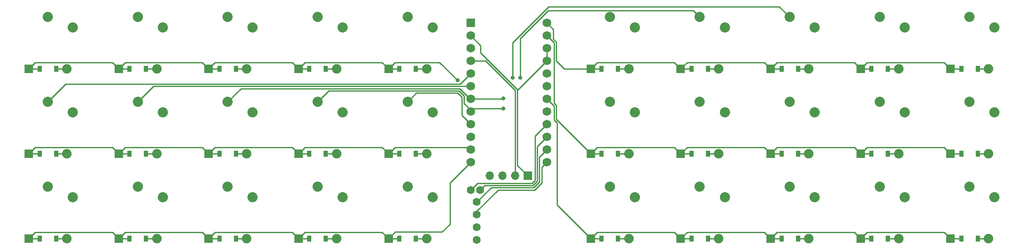
<source format=gbr>
%TF.GenerationSoftware,KiCad,Pcbnew,(6.0.4)*%
%TF.CreationDate,2022-06-28T23:54:07-04:00*%
%TF.ProjectId,satpad,73617470-6164-42e6-9b69-6361645f7063,v1.0.0*%
%TF.SameCoordinates,Original*%
%TF.FileFunction,Copper,L1,Top*%
%TF.FilePolarity,Positive*%
%FSLAX46Y46*%
G04 Gerber Fmt 4.6, Leading zero omitted, Abs format (unit mm)*
G04 Created by KiCad (PCBNEW (6.0.4)) date 2022-06-28 23:54:07*
%MOMM*%
%LPD*%
G01*
G04 APERTURE LIST*
%TA.AperFunction,ComponentPad*%
%ADD10R,1.752600X1.752600*%
%TD*%
%TA.AperFunction,ComponentPad*%
%ADD11C,1.752600*%
%TD*%
%TA.AperFunction,ComponentPad*%
%ADD12C,2.032000*%
%TD*%
%TA.AperFunction,SMDPad,CuDef*%
%ADD13R,0.900000X1.200000*%
%TD*%
%TA.AperFunction,ComponentPad*%
%ADD14C,1.905000*%
%TD*%
%TA.AperFunction,ComponentPad*%
%ADD15R,1.778000X1.778000*%
%TD*%
%TA.AperFunction,ComponentPad*%
%ADD16O,1.700000X1.700000*%
%TD*%
%TA.AperFunction,ComponentPad*%
%ADD17R,1.700000X1.700000*%
%TD*%
%TA.AperFunction,ComponentPad*%
%ADD18C,1.600000*%
%TD*%
%TA.AperFunction,ViaPad*%
%ADD19C,0.800000*%
%TD*%
%TA.AperFunction,Conductor*%
%ADD20C,0.250000*%
%TD*%
G04 APERTURE END LIST*
D10*
%TO.P,MCU1,1*%
%TO.N,RAW*%
X84630000Y38720000D03*
D11*
%TO.P,MCU1,2*%
%TO.N,GND*%
X84630000Y36180000D03*
%TO.P,MCU1,3*%
%TO.N,RST*%
X84630000Y33640000D03*
%TO.P,MCU1,4*%
%TO.N,VCC*%
X84630000Y31100000D03*
%TO.P,MCU1,5*%
%TO.N,P21*%
X84630000Y28560000D03*
%TO.P,MCU1,6*%
%TO.N,P20*%
X84630000Y26020000D03*
%TO.P,MCU1,7*%
%TO.N,P19*%
X84630000Y23480000D03*
%TO.P,MCU1,8*%
%TO.N,P18*%
X84630000Y20940000D03*
%TO.P,MCU1,9*%
%TO.N,P15*%
X84630000Y18400000D03*
%TO.P,MCU1,10*%
%TO.N,P14*%
X84630000Y15860000D03*
%TO.P,MCU1,11*%
%TO.N,P16*%
X84630000Y13320000D03*
%TO.P,MCU1,12*%
%TO.N,P10*%
X84630000Y10780000D03*
%TO.P,MCU1,13*%
%TO.N,P1*%
X99870000Y38720000D03*
%TO.P,MCU1,14*%
%TO.N,P0*%
X99870000Y36180000D03*
%TO.P,MCU1,15*%
%TO.N,GND*%
X99870000Y33640000D03*
%TO.P,MCU1,16*%
X99870000Y31100000D03*
%TO.P,MCU1,17*%
%TO.N,P2*%
X99870000Y28560000D03*
%TO.P,MCU1,18*%
%TO.N,P3*%
X99870000Y26020000D03*
%TO.P,MCU1,19*%
%TO.N,P4*%
X99870000Y23480000D03*
%TO.P,MCU1,20*%
%TO.N,P5*%
X99870000Y20940000D03*
%TO.P,MCU1,21*%
%TO.N,P6*%
X99870000Y18400000D03*
%TO.P,MCU1,22*%
%TO.N,P7*%
X99870000Y15860000D03*
%TO.P,MCU1,23*%
%TO.N,P8*%
X99870000Y13320000D03*
%TO.P,MCU1,24*%
%TO.N,P9*%
X99870000Y10780000D03*
%TD*%
D12*
%TO.P,S1,1*%
%TO.N,one_bottom*%
X5000000Y3800000D03*
%TO.P,S1,2*%
%TO.N,P21*%
X0Y5900000D03*
%TD*%
D13*
%TO.P,D1,1*%
%TO.N,P10*%
X-1650000Y-4500000D03*
%TO.P,D1,2*%
%TO.N,one_bottom*%
X1650000Y-4500000D03*
D14*
%TO.P,D1,1*%
X3810000Y-4500000D03*
D15*
%TO.P,D1,2*%
%TO.N,P10*%
X-3810000Y-4500000D03*
%TD*%
D12*
%TO.P,S2,1*%
%TO.N,one_home*%
X5000000Y20800000D03*
%TO.P,S2,2*%
%TO.N,P21*%
X0Y22900000D03*
%TD*%
D13*
%TO.P,D2,1*%
%TO.N,P16*%
X-1650000Y12500000D03*
%TO.P,D2,2*%
%TO.N,one_home*%
X1650000Y12500000D03*
D14*
%TO.P,D2,1*%
X3810000Y12500000D03*
D15*
%TO.P,D2,2*%
%TO.N,P16*%
X-3810000Y12500000D03*
%TD*%
D12*
%TO.P,S3,1*%
%TO.N,one_top*%
X5000000Y37800000D03*
%TO.P,S3,2*%
%TO.N,P21*%
X0Y39900000D03*
%TD*%
D13*
%TO.P,D3,1*%
%TO.N,P14*%
X-1650000Y29500000D03*
%TO.P,D3,2*%
%TO.N,one_top*%
X1650000Y29500000D03*
D14*
%TO.P,D3,1*%
X3810000Y29500000D03*
D15*
%TO.P,D3,2*%
%TO.N,P14*%
X-3810000Y29500000D03*
%TD*%
D12*
%TO.P,S4,1*%
%TO.N,two_bottom*%
X23000000Y3800000D03*
%TO.P,S4,2*%
%TO.N,P20*%
X18000000Y5900000D03*
%TD*%
D13*
%TO.P,D4,1*%
%TO.N,P10*%
X16350000Y-4500000D03*
%TO.P,D4,2*%
%TO.N,two_bottom*%
X19650000Y-4500000D03*
D14*
%TO.P,D4,1*%
X21810000Y-4500000D03*
D15*
%TO.P,D4,2*%
%TO.N,P10*%
X14190000Y-4500000D03*
%TD*%
D12*
%TO.P,S5,1*%
%TO.N,two_home*%
X23000000Y20800000D03*
%TO.P,S5,2*%
%TO.N,P20*%
X18000000Y22900000D03*
%TD*%
D13*
%TO.P,D5,1*%
%TO.N,P16*%
X16350000Y12500000D03*
%TO.P,D5,2*%
%TO.N,two_home*%
X19650000Y12500000D03*
D14*
%TO.P,D5,1*%
X21810000Y12500000D03*
D15*
%TO.P,D5,2*%
%TO.N,P16*%
X14190000Y12500000D03*
%TD*%
D12*
%TO.P,S6,1*%
%TO.N,two_top*%
X23000000Y37800000D03*
%TO.P,S6,2*%
%TO.N,P20*%
X18000000Y39900000D03*
%TD*%
D13*
%TO.P,D6,1*%
%TO.N,P14*%
X16350000Y29500000D03*
%TO.P,D6,2*%
%TO.N,two_top*%
X19650000Y29500000D03*
D14*
%TO.P,D6,1*%
X21810000Y29500000D03*
D15*
%TO.P,D6,2*%
%TO.N,P14*%
X14190000Y29500000D03*
%TD*%
D12*
%TO.P,S7,1*%
%TO.N,three_bottom*%
X41000000Y3800000D03*
%TO.P,S7,2*%
%TO.N,P19*%
X36000000Y5900000D03*
%TD*%
D13*
%TO.P,D7,1*%
%TO.N,P10*%
X34350000Y-4500000D03*
%TO.P,D7,2*%
%TO.N,three_bottom*%
X37650000Y-4500000D03*
D14*
%TO.P,D7,1*%
X39810000Y-4500000D03*
D15*
%TO.P,D7,2*%
%TO.N,P10*%
X32190000Y-4500000D03*
%TD*%
D12*
%TO.P,S8,1*%
%TO.N,three_home*%
X41000000Y20800000D03*
%TO.P,S8,2*%
%TO.N,P19*%
X36000000Y22900000D03*
%TD*%
D13*
%TO.P,D8,1*%
%TO.N,P16*%
X34350000Y12500000D03*
%TO.P,D8,2*%
%TO.N,three_home*%
X37650000Y12500000D03*
D14*
%TO.P,D8,1*%
X39810000Y12500000D03*
D15*
%TO.P,D8,2*%
%TO.N,P16*%
X32190000Y12500000D03*
%TD*%
D12*
%TO.P,S9,1*%
%TO.N,three_top*%
X41000000Y37800000D03*
%TO.P,S9,2*%
%TO.N,P19*%
X36000000Y39900000D03*
%TD*%
D13*
%TO.P,D9,1*%
%TO.N,P14*%
X34350000Y29500000D03*
%TO.P,D9,2*%
%TO.N,three_top*%
X37650000Y29500000D03*
D14*
%TO.P,D9,1*%
X39810000Y29500000D03*
D15*
%TO.P,D9,2*%
%TO.N,P14*%
X32190000Y29500000D03*
%TD*%
D12*
%TO.P,S10,1*%
%TO.N,four_bottom*%
X59000000Y3800000D03*
%TO.P,S10,2*%
%TO.N,P18*%
X54000000Y5900000D03*
%TD*%
D13*
%TO.P,D10,1*%
%TO.N,P10*%
X52350000Y-4500000D03*
%TO.P,D10,2*%
%TO.N,four_bottom*%
X55650000Y-4500000D03*
D14*
%TO.P,D10,1*%
X57810000Y-4500000D03*
D15*
%TO.P,D10,2*%
%TO.N,P10*%
X50190000Y-4500000D03*
%TD*%
D12*
%TO.P,S11,2*%
%TO.N,P18*%
X54000000Y22900000D03*
%TO.P,S11,1*%
%TO.N,four_home*%
X59000000Y20800000D03*
%TD*%
D13*
%TO.P,D11,1*%
%TO.N,P16*%
X52350000Y12500000D03*
%TO.P,D11,2*%
%TO.N,four_home*%
X55650000Y12500000D03*
D14*
%TO.P,D11,1*%
X57810000Y12500000D03*
D15*
%TO.P,D11,2*%
%TO.N,P16*%
X50190000Y12500000D03*
%TD*%
D12*
%TO.P,S12,1*%
%TO.N,four_top*%
X59000000Y37800000D03*
%TO.P,S12,2*%
%TO.N,P18*%
X54000000Y39900000D03*
%TD*%
D13*
%TO.P,D12,1*%
%TO.N,P14*%
X52350000Y29500000D03*
%TO.P,D12,2*%
%TO.N,four_top*%
X55650000Y29500000D03*
D14*
%TO.P,D12,1*%
X57810000Y29500000D03*
D15*
%TO.P,D12,2*%
%TO.N,P14*%
X50190000Y29500000D03*
%TD*%
D12*
%TO.P,S13,1*%
%TO.N,five_bottom*%
X77000000Y3800000D03*
%TO.P,S13,2*%
%TO.N,P15*%
X72000000Y5900000D03*
%TD*%
D13*
%TO.P,D13,1*%
%TO.N,P10*%
X70350000Y-4500000D03*
%TO.P,D13,2*%
%TO.N,five_bottom*%
X73650000Y-4500000D03*
D14*
%TO.P,D13,1*%
X75810000Y-4500000D03*
D15*
%TO.P,D13,2*%
%TO.N,P10*%
X68190000Y-4500000D03*
%TD*%
D12*
%TO.P,S14,1*%
%TO.N,five_home*%
X77000000Y20800000D03*
%TO.P,S14,2*%
%TO.N,P15*%
X72000000Y22900000D03*
%TD*%
D13*
%TO.P,D14,1*%
%TO.N,P16*%
X70350000Y12500000D03*
%TO.P,D14,2*%
%TO.N,five_home*%
X73650000Y12500000D03*
D14*
%TO.P,D14,1*%
X75810000Y12500000D03*
D15*
%TO.P,D14,2*%
%TO.N,P16*%
X68190000Y12500000D03*
%TD*%
D12*
%TO.P,S15,1*%
%TO.N,five_top*%
X77000000Y37800000D03*
%TO.P,S15,2*%
%TO.N,P15*%
X72000000Y39900000D03*
%TD*%
D13*
%TO.P,D15,1*%
%TO.N,P14*%
X70350000Y29500000D03*
%TO.P,D15,2*%
%TO.N,five_top*%
X73650000Y29500000D03*
D14*
%TO.P,D15,1*%
X75810000Y29500000D03*
D15*
%TO.P,D15,2*%
%TO.N,P14*%
X68190000Y29500000D03*
%TD*%
D12*
%TO.P,S16,1*%
%TO.N,seven_bottom*%
X117500000Y3800000D03*
%TO.P,S16,2*%
%TO.N,P15*%
X112500000Y5900000D03*
%TD*%
D13*
%TO.P,D16,1*%
%TO.N,P4*%
X110850000Y-4500000D03*
%TO.P,D16,2*%
%TO.N,seven_bottom*%
X114150000Y-4500000D03*
D14*
%TO.P,D16,1*%
X116310000Y-4500000D03*
D15*
%TO.P,D16,2*%
%TO.N,P4*%
X108690000Y-4500000D03*
%TD*%
D12*
%TO.P,S17,1*%
%TO.N,seven_home*%
X117500000Y20800000D03*
%TO.P,S17,2*%
%TO.N,P15*%
X112500000Y22900000D03*
%TD*%
D13*
%TO.P,D17,1*%
%TO.N,P0*%
X110850000Y12500000D03*
%TO.P,D17,2*%
%TO.N,seven_home*%
X114150000Y12500000D03*
D14*
%TO.P,D17,1*%
X116310000Y12500000D03*
D15*
%TO.P,D17,2*%
%TO.N,P0*%
X108690000Y12500000D03*
%TD*%
D12*
%TO.P,S18,1*%
%TO.N,seven_top*%
X117500000Y37800000D03*
%TO.P,S18,2*%
%TO.N,P15*%
X112500000Y39900000D03*
%TD*%
D13*
%TO.P,D18,1*%
%TO.N,P1*%
X110850000Y29500000D03*
%TO.P,D18,2*%
%TO.N,seven_top*%
X114150000Y29500000D03*
D14*
%TO.P,D18,1*%
X116310000Y29500000D03*
D15*
%TO.P,D18,2*%
%TO.N,P1*%
X108690000Y29500000D03*
%TD*%
D12*
%TO.P,S19,1*%
%TO.N,eight_bottom*%
X135500000Y3800000D03*
%TO.P,S19,2*%
%TO.N,P18*%
X130500000Y5900000D03*
%TD*%
D13*
%TO.P,D19,1*%
%TO.N,P4*%
X128850000Y-4500000D03*
%TO.P,D19,2*%
%TO.N,eight_bottom*%
X132150000Y-4500000D03*
D14*
%TO.P,D19,1*%
X134310000Y-4500000D03*
D15*
%TO.P,D19,2*%
%TO.N,P4*%
X126690000Y-4500000D03*
%TD*%
D12*
%TO.P,S20,1*%
%TO.N,eight_home*%
X135500000Y20800000D03*
%TO.P,S20,2*%
%TO.N,P18*%
X130500000Y22900000D03*
%TD*%
D13*
%TO.P,D20,1*%
%TO.N,P0*%
X128850000Y12500000D03*
%TO.P,D20,2*%
%TO.N,eight_home*%
X132150000Y12500000D03*
D14*
%TO.P,D20,1*%
X134310000Y12500000D03*
D15*
%TO.P,D20,2*%
%TO.N,P0*%
X126690000Y12500000D03*
%TD*%
D12*
%TO.P,S21,1*%
%TO.N,eight_top*%
X135500000Y37800000D03*
%TO.P,S21,2*%
%TO.N,P18*%
X130500000Y39900000D03*
%TD*%
D13*
%TO.P,D21,1*%
%TO.N,P1*%
X128850000Y29500000D03*
%TO.P,D21,2*%
%TO.N,eight_top*%
X132150000Y29500000D03*
D14*
%TO.P,D21,1*%
X134310000Y29500000D03*
D15*
%TO.P,D21,2*%
%TO.N,P1*%
X126690000Y29500000D03*
%TD*%
D12*
%TO.P,S22,1*%
%TO.N,nine_bottom*%
X153500000Y3800000D03*
%TO.P,S22,2*%
%TO.N,P19*%
X148500000Y5900000D03*
%TD*%
D13*
%TO.P,D22,1*%
%TO.N,P4*%
X146850000Y-4500000D03*
%TO.P,D22,2*%
%TO.N,nine_bottom*%
X150150000Y-4500000D03*
D14*
%TO.P,D22,1*%
X152310000Y-4500000D03*
D15*
%TO.P,D22,2*%
%TO.N,P4*%
X144690000Y-4500000D03*
%TD*%
D12*
%TO.P,S23,1*%
%TO.N,nine_home*%
X153500000Y20800000D03*
%TO.P,S23,2*%
%TO.N,P19*%
X148500000Y22900000D03*
%TD*%
D13*
%TO.P,D23,1*%
%TO.N,P0*%
X146850000Y12500000D03*
%TO.P,D23,2*%
%TO.N,nine_home*%
X150150000Y12500000D03*
D14*
%TO.P,D23,1*%
X152310000Y12500000D03*
D15*
%TO.P,D23,2*%
%TO.N,P0*%
X144690000Y12500000D03*
%TD*%
D12*
%TO.P,S24,1*%
%TO.N,nine_top*%
X153500000Y37800000D03*
%TO.P,S24,2*%
%TO.N,P19*%
X148500000Y39900000D03*
%TD*%
D13*
%TO.P,D24,1*%
%TO.N,P1*%
X146850000Y29500000D03*
%TO.P,D24,2*%
%TO.N,nine_top*%
X150150000Y29500000D03*
D14*
%TO.P,D24,1*%
X152310000Y29500000D03*
D15*
%TO.P,D24,2*%
%TO.N,P1*%
X144690000Y29500000D03*
%TD*%
D12*
%TO.P,S25,1*%
%TO.N,ten_bottom*%
X171500000Y3800000D03*
%TO.P,S25,2*%
%TO.N,P20*%
X166500000Y5900000D03*
%TD*%
D13*
%TO.P,D25,1*%
%TO.N,P4*%
X164850000Y-4500000D03*
%TO.P,D25,2*%
%TO.N,ten_bottom*%
X168150000Y-4500000D03*
D14*
%TO.P,D25,1*%
X170310000Y-4500000D03*
D15*
%TO.P,D25,2*%
%TO.N,P4*%
X162690000Y-4500000D03*
%TD*%
D12*
%TO.P,S26,1*%
%TO.N,ten_home*%
X171500000Y20800000D03*
%TO.P,S26,2*%
%TO.N,P20*%
X166500000Y22900000D03*
%TD*%
D13*
%TO.P,D26,1*%
%TO.N,P0*%
X164850000Y12500000D03*
%TO.P,D26,2*%
%TO.N,ten_home*%
X168150000Y12500000D03*
D14*
%TO.P,D26,1*%
X170310000Y12500000D03*
D15*
%TO.P,D26,2*%
%TO.N,P0*%
X162690000Y12500000D03*
%TD*%
D12*
%TO.P,S27,1*%
%TO.N,ten_top*%
X171500000Y37800000D03*
%TO.P,S27,2*%
%TO.N,P20*%
X166500000Y39900000D03*
%TD*%
D13*
%TO.P,D27,1*%
%TO.N,P1*%
X164850000Y29500000D03*
%TO.P,D27,2*%
%TO.N,ten_top*%
X168150000Y29500000D03*
D14*
%TO.P,D27,1*%
X170310000Y29500000D03*
D15*
%TO.P,D27,2*%
%TO.N,P1*%
X162690000Y29500000D03*
%TD*%
D12*
%TO.P,S28,1*%
%TO.N,eleven_bottom*%
X189500000Y3800000D03*
%TO.P,S28,2*%
%TO.N,P21*%
X184500000Y5900000D03*
%TD*%
D13*
%TO.P,D28,1*%
%TO.N,P4*%
X182850000Y-4500000D03*
%TO.P,D28,2*%
%TO.N,eleven_bottom*%
X186150000Y-4500000D03*
D14*
%TO.P,D28,1*%
X188310000Y-4500000D03*
D15*
%TO.P,D28,2*%
%TO.N,P4*%
X180690000Y-4500000D03*
%TD*%
D12*
%TO.P,S29,1*%
%TO.N,eleven_home*%
X189500000Y20800000D03*
%TO.P,S29,2*%
%TO.N,P21*%
X184500000Y22900000D03*
%TD*%
D13*
%TO.P,D29,1*%
%TO.N,P0*%
X182850000Y12500000D03*
%TO.P,D29,2*%
%TO.N,eleven_home*%
X186150000Y12500000D03*
D14*
%TO.P,D29,1*%
X188310000Y12500000D03*
D15*
%TO.P,D29,2*%
%TO.N,P0*%
X180690000Y12500000D03*
%TD*%
D12*
%TO.P,S30,1*%
%TO.N,eleven_top*%
X189500000Y37800000D03*
%TO.P,S30,2*%
%TO.N,P21*%
X184500000Y39900000D03*
%TD*%
D13*
%TO.P,D30,1*%
%TO.N,P1*%
X182850000Y29500000D03*
%TO.P,D30,2*%
%TO.N,eleven_top*%
X186150000Y29500000D03*
D14*
%TO.P,D30,1*%
X188310000Y29500000D03*
D15*
%TO.P,D30,2*%
%TO.N,P1*%
X180690000Y29500000D03*
%TD*%
D16*
%TO.P,OLED1,4*%
%TO.N,P2*%
X88430000Y8100000D03*
%TO.P,OLED1,3*%
%TO.N,P3*%
X90970000Y8100000D03*
%TO.P,OLED1,2*%
%TO.N,VCC*%
X93510000Y8100000D03*
D17*
%TO.P,OLED1,1*%
%TO.N,GND*%
X96050000Y8100000D03*
%TD*%
D18*
%TO.P,REF\u002A\u002A,S1*%
%TO.N,P6*%
X84650000Y5200000D03*
%TO.P,REF\u002A\u002A,S2*%
%TO.N,P7*%
X86500000Y5200000D03*
%TO.P,REF\u002A\u002A,A*%
%TO.N,P8*%
X85875000Y2810000D03*
%TO.P,REF\u002A\u002A,B*%
%TO.N,P9*%
X85875000Y270000D03*
%TO.P,REF\u002A\u002A,C*%
%TO.N,GND*%
X85875000Y-2270000D03*
%TO.P,REF\u002A\u002A,D*%
%TO.N,N/C*%
X85875000Y-4810000D03*
%TD*%
D19*
%TO.N,P19*%
X91200000Y23600000D03*
X93000000Y27700000D03*
%TO.N,P18*%
X91200000Y21600000D03*
X94522701Y27700000D03*
%TO.N,P14*%
X82000000Y27200000D03*
%TD*%
D20*
%TO.N,P19*%
X146400000Y42000000D02*
X148500000Y39900000D01*
X100264283Y42000000D02*
X146400000Y42000000D01*
X93000000Y34735717D02*
X100264283Y42000000D01*
X93000000Y27700000D02*
X93000000Y34735717D01*
%TO.N,P1*%
X101200000Y37390000D02*
X99870000Y38720000D01*
X101749520Y34936198D02*
X101200000Y35485718D01*
X101749520Y31150480D02*
X101749520Y34936198D01*
X103400000Y29500000D02*
X101749520Y31150480D01*
X108690000Y29500000D02*
X103400000Y29500000D01*
X101200000Y35485718D02*
X101200000Y37390000D01*
%TO.N,P0*%
X101300000Y34750000D02*
X99870000Y36180000D01*
X101749520Y22236198D02*
X101300000Y22685718D01*
X101300000Y22685718D02*
X101300000Y34750000D01*
X101749520Y19440480D02*
X101749520Y22236198D01*
X108690000Y12500000D02*
X101749520Y19440480D01*
%TO.N,P4*%
X101300000Y22050000D02*
X99870000Y23480000D01*
X101900000Y18654282D02*
X101300000Y19254283D01*
X101900000Y2290000D02*
X101900000Y18654282D01*
X108690000Y-4500000D02*
X101900000Y2290000D01*
X101300000Y19254283D02*
X101300000Y22050000D01*
%TO.N,GND*%
X99870000Y33640000D02*
X99870000Y31100000D01*
%TO.N,P1*%
X109990000Y30800000D02*
X108690000Y29500000D01*
X126690000Y29500000D02*
X125390000Y30800000D01*
X125390000Y30800000D02*
X109990000Y30800000D01*
%TO.N,GND*%
X86600000Y34210000D02*
X84630000Y36180000D01*
X86600000Y32735718D02*
X86600000Y34210000D01*
X94000000Y25230000D02*
X94000000Y25335718D01*
X94000000Y25335718D02*
X86600000Y32735718D01*
%TO.N,P18*%
X129159489Y41240511D02*
X130500000Y39900000D01*
X100140511Y41240511D02*
X129159489Y41240511D01*
X94522701Y27700000D02*
X94522701Y35622701D01*
X94522701Y35622701D02*
X100140511Y41240511D01*
X85290000Y21600000D02*
X84630000Y20940000D01*
X91200000Y21600000D02*
X85290000Y21600000D01*
%TO.N,P19*%
X87100000Y23500000D02*
X87080000Y23480000D01*
X91200000Y23600000D02*
X91100000Y23500000D01*
X91100000Y23500000D02*
X87100000Y23500000D01*
X87080000Y23480000D02*
X84630000Y23480000D01*
%TO.N,P1*%
X110850000Y29500000D02*
X108690000Y29500000D01*
%TO.N,seven_top*%
X116310000Y29500000D02*
X114150000Y29500000D01*
%TO.N,P1*%
X128850000Y29500000D02*
X126690000Y29500000D01*
%TO.N,eight_top*%
X134310000Y29500000D02*
X132150000Y29500000D01*
%TO.N,P1*%
X146850000Y29500000D02*
X144690000Y29500000D01*
%TO.N,nine_top*%
X152310000Y29500000D02*
X150150000Y29500000D01*
%TO.N,P1*%
X164850000Y29500000D02*
X162690000Y29500000D01*
%TO.N,ten_top*%
X170310000Y29500000D02*
X168150000Y29500000D01*
%TO.N,P1*%
X182850000Y29500000D02*
X180690000Y29500000D01*
%TO.N,eleven_top*%
X188310000Y29500000D02*
X186150000Y29500000D01*
%TO.N,eleven_home*%
X188310000Y12500000D02*
X186150000Y12500000D01*
%TO.N,P0*%
X182850000Y12500000D02*
X180690000Y12500000D01*
%TO.N,ten_home*%
X170310000Y12500000D02*
X168150000Y12500000D01*
%TO.N,P0*%
X164850000Y12500000D02*
X162690000Y12500000D01*
%TO.N,nine_home*%
X152310000Y12500000D02*
X150150000Y12500000D01*
%TO.N,P0*%
X146850000Y12500000D02*
X144690000Y12500000D01*
%TO.N,eight_home*%
X134310000Y12500000D02*
X132150000Y12500000D01*
%TO.N,P0*%
X128850000Y12500000D02*
X126690000Y12500000D01*
%TO.N,seven_home*%
X116310000Y12500000D02*
X114150000Y12500000D01*
%TO.N,P0*%
X110850000Y12500000D02*
X108690000Y12500000D01*
%TO.N,P4*%
X110850000Y-4500000D02*
X108690000Y-4500000D01*
%TO.N,seven_bottom*%
X116310000Y-4500000D02*
X114150000Y-4500000D01*
%TO.N,P4*%
X128850000Y-4500000D02*
X126690000Y-4500000D01*
%TO.N,eight_bottom*%
X134310000Y-4500000D02*
X132150000Y-4500000D01*
%TO.N,P4*%
X146850000Y-4500000D02*
X144690000Y-4500000D01*
%TO.N,nine_bottom*%
X152310000Y-4500000D02*
X150150000Y-4500000D01*
%TO.N,P4*%
X164850000Y-4500000D02*
X162690000Y-4500000D01*
%TO.N,ten_bottom*%
X170310000Y-4500000D02*
X168150000Y-4500000D01*
%TO.N,P4*%
X182850000Y-4500000D02*
X180690000Y-4500000D01*
%TO.N,eleven_bottom*%
X188310000Y-4500000D02*
X186150000Y-4500000D01*
%TO.N,P4*%
X163967011Y-3222989D02*
X162690000Y-4500000D01*
X179412989Y-3222989D02*
X163967011Y-3222989D01*
X180690000Y-4500000D02*
X179412989Y-3222989D01*
X161412989Y-3222989D02*
X145967011Y-3222989D01*
X162690000Y-4500000D02*
X161412989Y-3222989D01*
X145967011Y-3222989D02*
X144690000Y-4500000D01*
X143412989Y-3222989D02*
X127967011Y-3222989D01*
X127967011Y-3222989D02*
X126690000Y-4500000D01*
X144690000Y-4500000D02*
X143412989Y-3222989D01*
X125412989Y-3222989D02*
X109967011Y-3222989D01*
X109967011Y-3222989D02*
X108690000Y-4500000D01*
X126690000Y-4500000D02*
X125412989Y-3222989D01*
%TO.N,P0*%
X163967011Y13777011D02*
X162690000Y12500000D01*
X179412989Y13777011D02*
X163967011Y13777011D01*
X180690000Y12500000D02*
X179412989Y13777011D01*
X145967011Y13777011D02*
X144690000Y12500000D01*
X161412989Y13777011D02*
X145967011Y13777011D01*
X162690000Y12500000D02*
X161412989Y13777011D01*
X127967011Y13777011D02*
X126690000Y12500000D01*
X143412989Y13777011D02*
X127967011Y13777011D01*
X144690000Y12500000D02*
X143412989Y13777011D01*
X109967011Y13777011D02*
X108690000Y12500000D01*
X125412989Y13777011D02*
X109967011Y13777011D01*
X126690000Y12500000D02*
X125412989Y13777011D01*
%TO.N,P1*%
X163967011Y30777011D02*
X162690000Y29500000D01*
X179412989Y30777011D02*
X163967011Y30777011D01*
X180690000Y29500000D02*
X179412989Y30777011D01*
X161412989Y30777011D02*
X145967011Y30777011D01*
X145967011Y30777011D02*
X144690000Y29500000D01*
X162690000Y29500000D02*
X161412989Y30777011D01*
X127967011Y30777011D02*
X126690000Y29500000D01*
X143412989Y30777011D02*
X127967011Y30777011D01*
X144690000Y29500000D02*
X143412989Y30777011D01*
%TO.N,P16*%
X84150000Y13800000D02*
X84630000Y13320000D01*
X69490000Y13800000D02*
X84150000Y13800000D01*
X68190000Y12500000D02*
X69490000Y13800000D01*
%TO.N,P10*%
X78900000Y-3200000D02*
X80500000Y-1600000D01*
X80500000Y-1600000D02*
X80500000Y6650000D01*
X80500000Y6650000D02*
X84630000Y10780000D01*
X69490000Y-3200000D02*
X78900000Y-3200000D01*
X68190000Y-4500000D02*
X69490000Y-3200000D01*
%TO.N,P14*%
X69490000Y30800000D02*
X68190000Y29500000D01*
X78400000Y30800000D02*
X69490000Y30800000D01*
X82000000Y27200000D02*
X78400000Y30800000D01*
%TO.N,P15*%
X82850480Y20179520D02*
X84630000Y18400000D01*
X82850480Y23878084D02*
X82850480Y20179520D01*
X82057124Y24671440D02*
X82850480Y23878084D01*
X73771440Y24671440D02*
X82057124Y24671440D01*
X72000000Y22900000D02*
X73771440Y24671440D01*
%TO.N,P18*%
X84630000Y21270000D02*
X84630000Y20940000D01*
X83300000Y24064282D02*
X83300000Y22600000D01*
X82243322Y25120960D02*
X83300000Y24064282D01*
X83300000Y22600000D02*
X84630000Y21270000D01*
X56220960Y25120960D02*
X82243322Y25120960D01*
X54000000Y22900000D02*
X56220960Y25120960D01*
%TO.N,P19*%
X82429520Y25570480D02*
X84520000Y23480000D01*
X38670480Y25570480D02*
X82429520Y25570480D01*
X84520000Y23480000D02*
X84630000Y23480000D01*
X36000000Y22900000D02*
X38670480Y25570480D01*
%TO.N,P21*%
X82539520Y26469520D02*
X84630000Y28560000D01*
X3569520Y26469520D02*
X82539520Y26469520D01*
X0Y22900000D02*
X3569520Y26469520D01*
%TO.N,P20*%
X21120000Y26020000D02*
X84630000Y26020000D01*
X18000000Y22900000D02*
X21120000Y26020000D01*
%TO.N,five_bottom*%
X75810000Y-4500000D02*
X73650000Y-4500000D01*
%TO.N,P10*%
X70350000Y-4500000D02*
X68190000Y-4500000D01*
%TO.N,four_bottom*%
X57810000Y-4500000D02*
X55650000Y-4500000D01*
%TO.N,P10*%
X52350000Y-4500000D02*
X50190000Y-4500000D01*
%TO.N,three_bottom*%
X39810000Y-4500000D02*
X37650000Y-4500000D01*
%TO.N,P10*%
X34350000Y-4500000D02*
X32190000Y-4500000D01*
%TO.N,two_bottom*%
X21810000Y-4500000D02*
X19650000Y-4500000D01*
%TO.N,P10*%
X16350000Y-4500000D02*
X14190000Y-4500000D01*
%TO.N,one_bottom*%
X3810000Y-4500000D02*
X1650000Y-4500000D01*
%TO.N,P10*%
X-1650000Y-4500000D02*
X-3810000Y-4500000D01*
%TO.N,five_home*%
X75810000Y12500000D02*
X73650000Y12500000D01*
%TO.N,P16*%
X70350000Y12500000D02*
X68190000Y12500000D01*
%TO.N,four_home*%
X57810000Y12500000D02*
X55650000Y12500000D01*
%TO.N,P16*%
X50190000Y12500000D02*
X52350000Y12500000D01*
%TO.N,three_home*%
X39810000Y12500000D02*
X37650000Y12500000D01*
%TO.N,P16*%
X32190000Y12500000D02*
X34350000Y12500000D01*
%TO.N,two_home*%
X21810000Y12500000D02*
X19650000Y12500000D01*
%TO.N,P16*%
X14190000Y12500000D02*
X16350000Y12500000D01*
%TO.N,one_home*%
X3810000Y12500000D02*
X1650000Y12500000D01*
%TO.N,P16*%
X-3810000Y12500000D02*
X-1650000Y12500000D01*
%TO.N,P14*%
X-1650000Y29500000D02*
X-3810000Y29500000D01*
%TO.N,one_top*%
X3810000Y29500000D02*
X1650000Y29500000D01*
%TO.N,P14*%
X16350000Y29500000D02*
X14190000Y29500000D01*
%TO.N,two_top*%
X21810000Y29500000D02*
X19650000Y29500000D01*
%TO.N,P14*%
X34350000Y29500000D02*
X32190000Y29500000D01*
%TO.N,three_top*%
X39810000Y29500000D02*
X37650000Y29500000D01*
%TO.N,P14*%
X52350000Y29500000D02*
X50190000Y29500000D01*
%TO.N,four_top*%
X57810000Y29500000D02*
X55650000Y29500000D01*
%TO.N,P14*%
X70350000Y29500000D02*
X68190000Y29500000D01*
%TO.N,five_top*%
X75810000Y29500000D02*
X73650000Y29500000D01*
%TO.N,P10*%
X-2532989Y-3222989D02*
X-3810000Y-4500000D01*
X12912989Y-3222989D02*
X-2532989Y-3222989D01*
X14190000Y-4500000D02*
X12912989Y-3222989D01*
X30912989Y-3222989D02*
X15467011Y-3222989D01*
X15467011Y-3222989D02*
X14190000Y-4500000D01*
X32190000Y-4500000D02*
X30912989Y-3222989D01*
X33467011Y-3222989D02*
X32190000Y-4500000D01*
X48912989Y-3222989D02*
X33467011Y-3222989D01*
X50190000Y-4500000D02*
X48912989Y-3222989D01*
X66912989Y-3222989D02*
X51467011Y-3222989D01*
X68190000Y-4500000D02*
X66912989Y-3222989D01*
X51467011Y-3222989D02*
X50190000Y-4500000D01*
%TO.N,P16*%
X-2532989Y13777011D02*
X-3810000Y12500000D01*
X12912989Y13777011D02*
X-2532989Y13777011D01*
X14190000Y12500000D02*
X12912989Y13777011D01*
X30912989Y13777011D02*
X15467011Y13777011D01*
X15467011Y13777011D02*
X14190000Y12500000D01*
X32190000Y12500000D02*
X30912989Y13777011D01*
X48912989Y13777011D02*
X33467011Y13777011D01*
X50190000Y12500000D02*
X48912989Y13777011D01*
X33467011Y13777011D02*
X32190000Y12500000D01*
X51467011Y13777011D02*
X50190000Y12500000D01*
X66912989Y13777011D02*
X51467011Y13777011D01*
X68190000Y12500000D02*
X66912989Y13777011D01*
%TO.N,P14*%
X-2532989Y30777011D02*
X-3810000Y29500000D01*
X12912989Y30777011D02*
X-2532989Y30777011D01*
X14190000Y29500000D02*
X12912989Y30777011D01*
X30912989Y30777011D02*
X15467011Y30777011D01*
X15467011Y30777011D02*
X14190000Y29500000D01*
X32190000Y29500000D02*
X30912989Y30777011D01*
X48912989Y30777011D02*
X33467011Y30777011D01*
X33467011Y30777011D02*
X32190000Y29500000D01*
X50190000Y29500000D02*
X48912989Y30777011D01*
X51467011Y30777011D02*
X50190000Y29500000D01*
X66912989Y30777011D02*
X51467011Y30777011D01*
X68190000Y29500000D02*
X66912989Y30777011D01*
%TO.N,P9*%
X98849520Y9759520D02*
X99870000Y10780000D01*
X97456653Y5250480D02*
X98849520Y6643347D01*
X98849520Y6643347D02*
X98849520Y9759520D01*
X90150480Y5250480D02*
X97456653Y5250480D01*
X85875000Y975000D02*
X90150480Y5250480D01*
X85875000Y270000D02*
X85875000Y975000D01*
%TO.N,P8*%
X98400000Y6829544D02*
X98400000Y11850000D01*
X88765000Y5700000D02*
X97270456Y5700000D01*
X97270456Y5700000D02*
X98400000Y6829544D01*
X98400000Y11850000D02*
X99870000Y13320000D01*
X85875000Y2810000D02*
X88765000Y5700000D01*
%TO.N,P6*%
X97500000Y16030000D02*
X99870000Y18400000D01*
X96899022Y6600000D02*
X97500000Y7200978D01*
X84650000Y5200000D02*
X86050000Y6600000D01*
X86050000Y6600000D02*
X96899022Y6600000D01*
X97500000Y7200978D02*
X97500000Y16030000D01*
%TO.N,P7*%
X97949520Y7014780D02*
X97949520Y13939520D01*
X97085220Y6150480D02*
X97949520Y7014780D01*
X87450480Y6150480D02*
X97085220Y6150480D01*
X97949520Y13939520D02*
X99870000Y15860000D01*
X86500000Y5200000D02*
X87450480Y6150480D01*
%TO.N,VCC*%
X93510000Y25190000D02*
X87600000Y31100000D01*
X87600000Y31100000D02*
X84630000Y31100000D01*
X93510000Y8100000D02*
X93510000Y25190000D01*
%TO.N,GND*%
X94000000Y25230000D02*
X99870000Y31100000D01*
X94000000Y10150000D02*
X94000000Y25230000D01*
X96050000Y8100000D02*
X94000000Y10150000D01*
%TD*%
M02*

</source>
